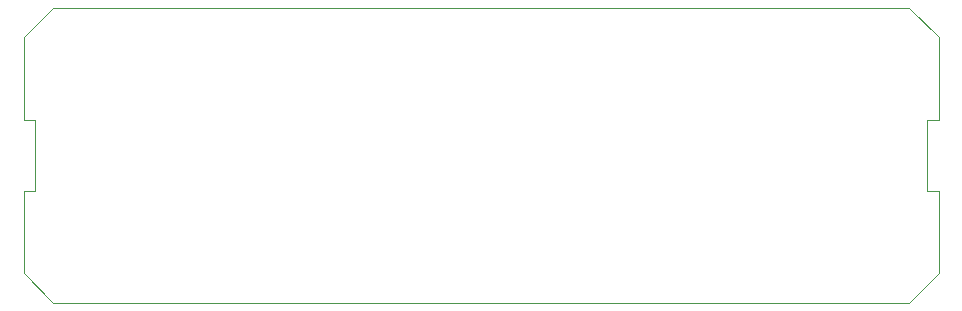
<source format=gm1>
G04 #@! TF.GenerationSoftware,KiCad,Pcbnew,(6.0.10)*
G04 #@! TF.CreationDate,2023-02-05T00:57:15+01:00*
G04 #@! TF.ProjectId,Display-Modul,44697370-6c61-4792-9d4d-6f64756c2e6b,rev?*
G04 #@! TF.SameCoordinates,Original*
G04 #@! TF.FileFunction,Profile,NP*
%FSLAX46Y46*%
G04 Gerber Fmt 4.6, Leading zero omitted, Abs format (unit mm)*
G04 Created by KiCad (PCBNEW (6.0.10)) date 2023-02-05 00:57:15*
%MOMM*%
%LPD*%
G01*
G04 APERTURE LIST*
G04 #@! TA.AperFunction,Profile*
%ADD10C,0.100000*%
G04 #@! TD*
G04 APERTURE END LIST*
D10*
X30000000Y-52500000D02*
X32500000Y-55000000D01*
X107500000Y-39500000D02*
X106500000Y-39500000D01*
X31000000Y-45500000D02*
X30000000Y-45500000D01*
X105000000Y-30000000D02*
X107500000Y-32500000D01*
X105000000Y-55000000D02*
X32500000Y-55000000D01*
X106500000Y-45500000D02*
X107500000Y-45500000D01*
X30000000Y-45500000D02*
X30000000Y-52500000D01*
X30000000Y-32500000D02*
X32500000Y-30000000D01*
X30000000Y-39500000D02*
X31000000Y-39500000D01*
X32500000Y-30000000D02*
X105000000Y-30000000D01*
X106500000Y-39500000D02*
X106500000Y-45500000D01*
X31000000Y-39500000D02*
X31000000Y-45500000D01*
X107500000Y-45500000D02*
X107500000Y-52500000D01*
X30000000Y-32500000D02*
X30000000Y-39500000D01*
X107500000Y-32500000D02*
X107500000Y-39500000D01*
X105000000Y-55000000D02*
X107500000Y-52500000D01*
M02*

</source>
